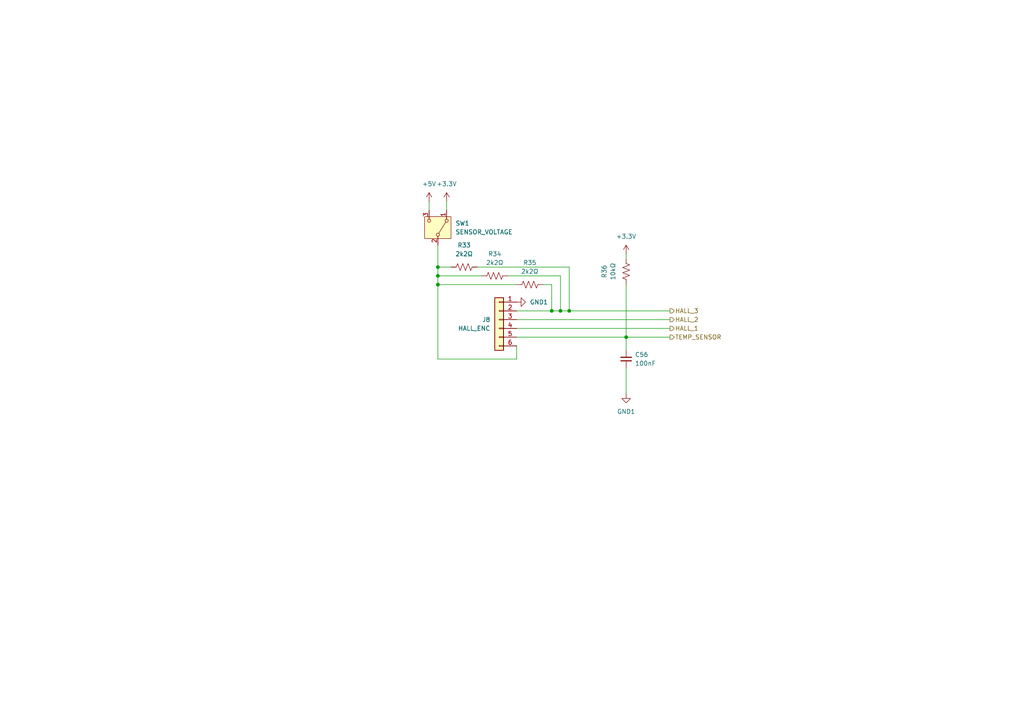
<source format=kicad_sch>
(kicad_sch (version 20231120) (generator "eeschema") (generator_version "8.0")
  (paper "A4")
  (title_block (title "bldc-controller-edp") (date "2024-08-20") (rev "1.0"))
  (lib_symbols
    (symbol "Connector_Generic:Conn_01x06" (pin_names (offset 1.016) hide)
      (property "Reference" "J" (at 0 7.62 0))
      (property "Value" "Conn_01x06" (at 0 -10.16 0))
      (symbol "Conn_01x06_1_1"
        (rectangle (start -1.27 -7.493) (end 0 -7.747) (stroke (width 0.1524)))
        (rectangle (start -1.27 -4.953) (end 0 -5.207) (stroke (width 0.1524)))
        (rectangle (start -1.27 -2.413) (end 0 -2.667) (stroke (width 0.1524)))
        (rectangle (start -1.27 0.127) (end 0 -0.127) (stroke (width 0.1524)))
        (rectangle (start -1.27 2.667) (end 0 2.413) (stroke (width 0.1524)))
        (rectangle (start -1.27 5.207) (end 0 4.953) (stroke (width 0.1524)))
        (rectangle (start -1.27 6.35) (end 1.27 -8.89) (stroke (width 0.254)) (fill (type background)))
        (pin passive line (at -5.08 5.08 0) (length 3.81) (name "Pin_1") (number "1"))
        (pin passive line (at -5.08 2.54 0) (length 3.81) (name "Pin_2") (number "2"))
        (pin passive line (at -5.08 0 0) (length 3.81) (name "Pin_3") (number "3"))
        (pin passive line (at -5.08 -2.54 0) (length 3.81) (name "Pin_4") (number "4"))
        (pin passive line (at -5.08 -5.08 0) (length 3.81) (name "Pin_5") (number "5"))
        (pin passive line (at -5.08 -7.62 0) (length 3.81) (name "Pin_6") (number "6"))
      )
    )
    (symbol "Device:C_Small" (pin_numbers hide) (pin_names (offset 0.254) hide)
      (property "Reference" "C" (at 0.254 1.778 0))
      (property "Value" "C_Small" (at 0.254 -2.032 0))
      (symbol "C_Small_0_1"
        (polyline (pts (xy -1.524 -0.508) (xy 1.524 -0.508)) (stroke (width 0.3302)))
        (polyline (pts (xy -1.524 0.508) (xy 1.524 0.508)) (stroke (width 0.3048)))
      )
      (symbol "C_Small_1_1"
        (pin passive line (at 0 2.54 270) (length 2.032) (name "~") (number "1"))
        (pin passive line (at 0 -2.54 90) (length 2.032) (name "~") (number "2"))
      )
    )
    (symbol "Device:R_US" (pin_numbers hide) (pin_names (offset 0))
      (property "Reference" "R" (at 2.54 0 90))
      (property "Value" "R_US" (at -2.54 0 90))
      (symbol "R_US_0_1"
        (polyline (pts (xy 0 -2.286) (xy 0 -2.54)))
        (polyline (pts (xy 0 2.286) (xy 0 2.54)))
        (polyline (pts (xy 0 -0.762) (xy 1.016 -1.143) (xy 0 -1.524) (xy -1.016 -1.905) (xy 0 -2.286)))
        (polyline (pts (xy 0 0.762) (xy 1.016 0.381) (xy 0 0) (xy -1.016 -0.381) (xy 0 -0.762)))
        (polyline (pts (xy 0 2.286) (xy 1.016 1.905) (xy 0 1.524) (xy -1.016 1.143) (xy 0 0.762)))
      )
      (symbol "R_US_1_1"
        (pin passive line (at 0 3.81 270) (length 1.27) (name "~") (number "1"))
        (pin passive line (at 0 -3.81 90) (length 1.27) (name "~") (number "2"))
      )
    )
    (symbol "Switch:SW_SPDT" (pin_names (offset 0) hide)
      (property "Reference" "SW" (at 0 5.08 0))
      (property "Value" "SW_SPDT" (at 0 -5.08 0))
      (symbol "SW_SPDT_0_1"
        (circle (center -2.032 0) (radius 0.4572))
        (polyline (pts (xy -1.651 0.254) (xy 1.651 2.286)))
        (circle (center 2.032 -2.54) (radius 0.4572))
        (circle (center 2.032 2.54) (radius 0.4572))
      )
      (symbol "SW_SPDT_1_1"
        (rectangle (start -3.175 3.81) (end 3.175 -3.81) (fill (type background)))
        (pin passive line (at 5.08 2.54 180) (length 2.54) (name "A") (number "1"))
        (pin passive line (at -5.08 0 0) (length 2.54) (name "B") (number "2"))
        (pin passive line (at 5.08 -2.54 180) (length 2.54) (name "C") (number "3"))
      )
    )
    (symbol "power:+3.3V" (power) (pin_numbers hide) (pin_names (offset 0) hide)
      (property "Value" "+3.3V" (at 0 3.556 0))
      (symbol "+3.3V_0_1"
        (polyline (pts (xy -0.762 1.27) (xy 0 2.54)))
        (polyline (pts (xy 0 0) (xy 0 2.54)))
        (polyline (pts (xy 0 2.54) (xy 0.762 1.27)))
      )
      (symbol "+3.3V_1_1"
        (pin power_in line (at 0 0 90) (length 0) (name "~") (number "1"))
      )
    )
    (symbol "power:+5V" (power) (pin_numbers hide) (pin_names (offset 0) hide)
      (property "Value" "+5V" (at 0 3.556 0))
      (symbol "+5V_0_1"
        (polyline (pts (xy -0.762 1.27) (xy 0 2.54)))
        (polyline (pts (xy 0 0) (xy 0 2.54)))
        (polyline (pts (xy 0 2.54) (xy 0.762 1.27)))
      )
      (symbol "+5V_1_1"
        (pin power_in line (at 0 0 90) (length 0) (name "~") (number "1"))
      )
    )
    (symbol "power:GND1" (power) (pin_numbers hide) (pin_names (offset 0) hide)
      (property "Value" "GND1" (at 0 -3.81 0))
      (symbol "GND1_0_1"
        (polyline (pts (xy 0 0) (xy 0 -1.27) (xy 1.27 -1.27) (xy 0 -2.54) (xy -1.27 -1.27) (xy 0 -1.27)))
      )
      (symbol "GND1_1_1"
        (pin power_in line (at 0 0 270) (length 0) (name "~") (number "1"))
      )
    )
  )
  (junction (at 160.02 90.17))
  (junction (at 162.56 90.17))
  (junction (at 165.1 90.17))
  (junction (at 127 77.47))
  (junction (at 181.61 97.79))
  (junction (at 127 80.01))
  (junction (at 127 82.55))
  (wire (pts (xy 181.61 74.93) (xy 181.61 73.66)))
  (wire (pts (xy 149.86 100.33) (xy 149.86 104.14)))
  (wire (pts (xy 160.02 82.55) (xy 160.02 90.17)))
  (wire (pts (xy 139.7 80.01) (xy 127 80.01)))
  (wire (pts (xy 149.86 82.55) (xy 127 82.55)))
  (wire (pts (xy 181.61 82.55) (xy 181.61 97.79)))
  (wire (pts (xy 127 104.14) (xy 127 82.55)))
  (wire (pts (xy 127 80.01) (xy 127 77.47)))
  (wire (pts (xy 129.54 60.96) (xy 129.54 58.42)))
  (wire (pts (xy 149.86 97.79) (xy 181.61 97.79)))
  (wire (pts (xy 149.86 90.17) (xy 160.02 90.17)))
  (wire (pts (xy 149.86 104.14) (xy 127 104.14)))
  (wire (pts (xy 130.81 77.47) (xy 127 77.47)))
  (wire (pts (xy 138.43 77.47) (xy 165.1 77.47)))
  (wire (pts (xy 147.32 80.01) (xy 162.56 80.01)))
  (wire (pts (xy 162.56 80.01) (xy 162.56 90.17)))
  (wire (pts (xy 127 71.12) (xy 127 77.47)))
  (wire (pts (xy 162.56 90.17) (xy 165.1 90.17)))
  (wire (pts (xy 165.1 77.47) (xy 165.1 90.17)))
  (wire (pts (xy 149.86 92.71) (xy 194.31 92.71)))
  (wire (pts (xy 149.86 95.25) (xy 194.31 95.25)))
  (wire (pts (xy 181.61 97.79) (xy 194.31 97.79)))
  (wire (pts (xy 181.61 97.79) (xy 181.61 101.6)))
  (wire (pts (xy 181.61 106.68) (xy 181.61 114.3)))
  (wire (pts (xy 127 82.55) (xy 127 80.01)))
  (wire (pts (xy 165.1 90.17) (xy 194.31 90.17)))
  (wire (pts (xy 124.46 60.96) (xy 124.46 58.42)))
  (wire (pts (xy 160.02 90.17) (xy 162.56 90.17)))
  (wire (pts (xy 160.02 82.55) (xy 157.48 82.55)))
  (hierarchical_label "TEMP_SENSOR" (shape output) (at 194.31 97.79 0))
  (hierarchical_label "HALL_1" (shape output) (at 194.31 95.25 0))
  (hierarchical_label "HALL_2" (shape output) (at 194.31 92.71 0))
  (hierarchical_label "HALL_3" (shape output) (at 194.31 90.17 0))
  (symbol (lib_id "power:+3.3V") (at 129.54 58.42 0) (unit 1)
    (property "Reference" "#PWR067" (effects (hide yes)))
    (property "Value" "+3.3V" (at 129.54 53.34 0))
    (property "Description" "Power symbol creates a global label with name \"+3.3V\"" (effects (hide yes)))
  )
  (symbol (lib_id "Device:R_US") (at 181.61 78.74 0) (unit 1)
    (property "Reference" "R36" (at 175.26 78.74 90))
    (property "Value" "10kΩ" (at 177.8 78.74 90))
    (property "Footprint" "Resistor_SMD:R_0603_1608Metric" (effects (hide yes)))
    (property "Manufacturer" "YAGEO" (effects (hide yes)))
    (property "Manufacturer Product Number " "RC0603FR-0710KL" (effects (hide yes)))
  )
  (symbol (lib_id "Device:R_US") (at 143.51 80.01 270) (unit 1)
    (property "Reference" "R34" (at 143.51 73.66 90))
    (property "Value" "2k2Ω" (at 143.51 76.2 90))
    (property "Footprint" "Resistor_SMD:R_0603_1608Metric" (effects (hide yes)))
    (property "Description" "R 2k2, 0603" (effects (hide yes)))
    (property "Manufacturer" "YAGEO" (effects (hide yes)))
    (property "Manufacturer Product Number " "AC0603DR-072K2L" (effects (hide yes)))
  )
  (symbol (lib_id "power:GND1") (at 181.61 114.3 0) (unit 1)
    (property "Reference" "#PWR070" (effects (hide yes)))
    (property "Value" "GND1" (at 181.61 119.38 0))
    (property "Description" "Power symbol creates a global label with name \"GND1\" , ground" (effects (hide yes)))
  )
  (symbol (lib_id "Device:R_US") (at 134.62 77.47 270) (unit 1)
    (property "Reference" "R33" (at 134.62 71.12 90))
    (property "Value" "2k2Ω" (at 134.62 73.66 90))
    (property "Footprint" "Resistor_SMD:R_0603_1608Metric" (effects (hide yes)))
    (property "Description" "R 2k2, 0603" (effects (hide yes)))
    (property "Manufacturer" "YAGEO" (effects (hide yes)))
    (property "Manufacturer Product Number " "AC0603DR-072K2L" (effects (hide yes)))
  )
  (symbol (lib_id "Device:C_Small") (at 181.61 104.14 180) (unit 1)
    (property "Reference" "C56" (at 184.15 102.8635 0) (effects (justify right)))
    (property "Value" "100nF" (at 184.15 105.4035 0) (effects (justify right)))
    (property "Footprint" "Capacitor_SMD:C_0603_1608Metric" (effects (hide yes)))
    (property "Description" "CAP 100n, 50V, 0603" (effects (hide yes)))
    (property "Manufacturer" "YAGEO" (effects (hide yes)))
    (property "Manufacturer Product Number " "CC0603KRX7R9BB104" (effects (hide yes)))
  )
  (symbol (lib_id "Switch:SW_SPDT") (at 127 66.04 270) (mirror x) (unit 1)
    (property "Reference" "SW1" (at 132.08 64.7699 90) (effects (justify left)))
    (property "Value" "SENSOR_VOLTAGE" (at 132.08 67.3099 90) (effects (justify left)))
    (property "Footprint" "Button_Switch_THT:SW_Slide-03_Wuerth-WS-SLTV_10x2.5x6.4_P2.54mm" (effects (hide yes)))
    (property "Description" "SWITCH SLIDE SPDT 500MA 12V" (effects (hide yes)))
    (property "Manufacturer" "Würth Elektronik" (effects (hide yes)))
    (property "Manufacturer Product Number " "450301014042" (effects (hide yes)))
  )
  (symbol (lib_id "Connector_Generic:Conn_01x06") (at 144.78 92.71 0) (mirror y) (unit 1)
    (property "Reference" "J8" (at 142.24 92.7099 0) (effects (justify left)))
    (property "Value" "HALL_ENC" (at 142.24 95.2499 0) (effects (justify left)))
    (property "Footprint" "Connector_JST:JST_XH_B6B-XH-AM_1x06_P2.50mm_Vertical" (effects (hide yes)))
    (property "Description" "6P" (effects (hide yes)))
    (property "Manufacturer" "JST" (effects (hide yes)))
    (property "Manufacturer Product Number " "B6B-XH-A" (effects (hide yes)))
  )
  (symbol (lib_id "power:+3.3V") (at 181.61 73.66 0) (unit 1)
    (property "Reference" "#PWR069" (effects (hide yes)))
    (property "Value" "+3.3V" (at 181.61 68.58 0))
    (property "Description" "Power symbol creates a global label with name \"+3.3V\"" (effects (hide yes)))
  )
  (symbol (lib_id "Device:R_US") (at 153.67 82.55 270) (unit 1)
    (property "Reference" "R35" (at 153.67 76.2 90))
    (property "Value" "2k2Ω" (at 153.67 78.74 90))
    (property "Footprint" "Resistor_SMD:R_0603_1608Metric" (effects (hide yes)))
    (property "Description" "R 2k2, 0603" (effects (hide yes)))
    (property "Manufacturer" "YAGEO" (effects (hide yes)))
    (property "Manufacturer Product Number " "AC0603DR-072K2L" (effects (hide yes)))
  )
  (symbol (lib_id "power:+5V") (at 124.46 58.42 0) (unit 1)
    (property "Reference" "#PWR066" (effects (hide yes)))
    (property "Value" "+5V" (at 124.46 53.34 0))
    (property "Description" "Power symbol creates a global label with name \"+5V\"" (effects (hide yes)))
  )
  (symbol (lib_id "power:GND1") (at 149.86 87.63 90) (unit 1)
    (property "Reference" "#PWR068" (effects (hide yes)))
    (property "Value" "GND1" (at 153.67 87.6299 90) (effects (justify right)))
    (property "Description" "Power symbol creates a global label with name \"GND1\" , ground" (effects (hide yes)))
  )
)
</source>
